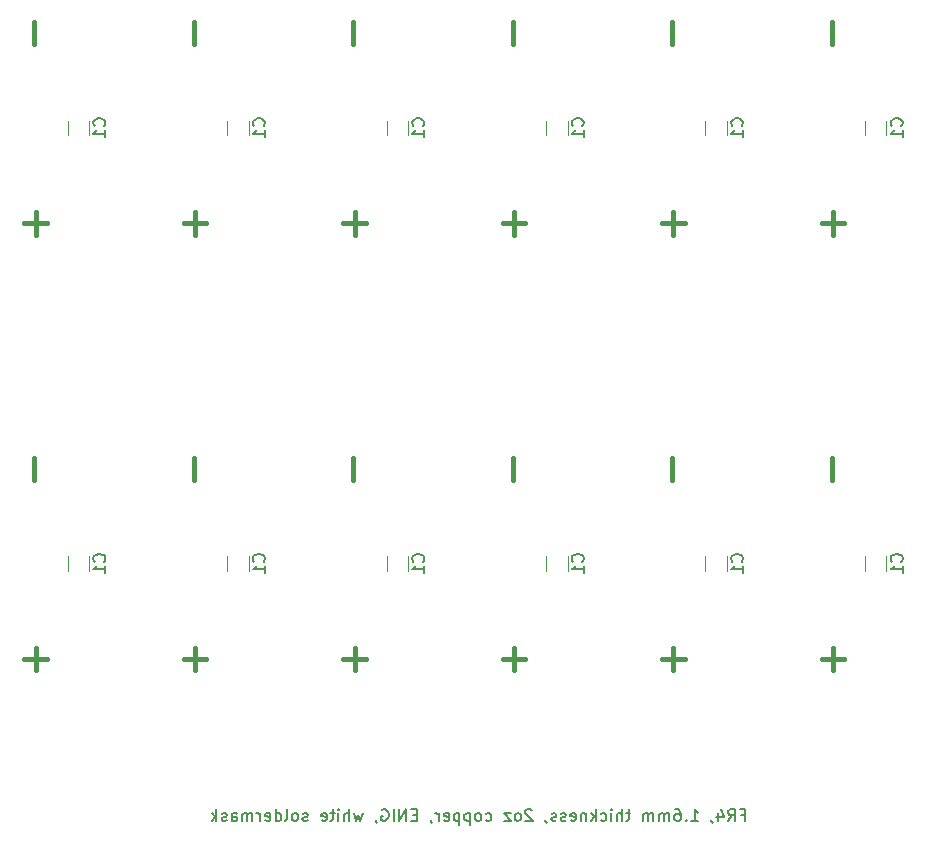
<source format=gbr>
G04 #@! TF.GenerationSoftware,KiCad,Pcbnew,(5.1.5)-3*
G04 #@! TF.CreationDate,2020-08-22T08:16:36+03:00*
G04 #@! TF.ProjectId,C5W LED series,43355720-4c45-4442-9073-65726965732e,rev?*
G04 #@! TF.SameCoordinates,Original*
G04 #@! TF.FileFunction,Legend,Bot*
G04 #@! TF.FilePolarity,Positive*
%FSLAX46Y46*%
G04 Gerber Fmt 4.6, Leading zero omitted, Abs format (unit mm)*
G04 Created by KiCad (PCBNEW (5.1.5)-3) date 2020-08-22 08:16:36*
%MOMM*%
%LPD*%
G04 APERTURE LIST*
%ADD10C,0.400000*%
%ADD11C,0.150000*%
%ADD12C,0.120000*%
G04 APERTURE END LIST*
D10*
X199978571Y-102902380D02*
X199978571Y-100997619D01*
X200078571Y-119002380D02*
X200078571Y-117097619D01*
X201030952Y-118050000D02*
X199126190Y-118050000D01*
X159578571Y-119002380D02*
X159578571Y-117097619D01*
X160530952Y-118050000D02*
X158626190Y-118050000D01*
X159478571Y-102902380D02*
X159478571Y-100997619D01*
X172978571Y-102902380D02*
X172978571Y-100997619D01*
X173078571Y-119002380D02*
X173078571Y-117097619D01*
X174030952Y-118050000D02*
X172126190Y-118050000D01*
X145978571Y-102902380D02*
X145978571Y-100997619D01*
X146078571Y-119002380D02*
X146078571Y-117097619D01*
X147030952Y-118050000D02*
X145126190Y-118050000D01*
X186478571Y-102902380D02*
X186478571Y-100997619D01*
X186578571Y-119002380D02*
X186578571Y-117097619D01*
X187530952Y-118050000D02*
X185626190Y-118050000D01*
X132578571Y-119002380D02*
X132578571Y-117097619D01*
X133530952Y-118050000D02*
X131626190Y-118050000D01*
X132478571Y-102902380D02*
X132478571Y-100997619D01*
X199978571Y-66002380D02*
X199978571Y-64097619D01*
X200078571Y-82102380D02*
X200078571Y-80197619D01*
X201030952Y-81150000D02*
X199126190Y-81150000D01*
X186478571Y-66002380D02*
X186478571Y-64097619D01*
X186578571Y-82102380D02*
X186578571Y-80197619D01*
X187530952Y-81150000D02*
X185626190Y-81150000D01*
X173078571Y-82102380D02*
X173078571Y-80197619D01*
X174030952Y-81150000D02*
X172126190Y-81150000D01*
X172978571Y-66002380D02*
X172978571Y-64097619D01*
X159478571Y-66002380D02*
X159478571Y-64097619D01*
X159578571Y-82102380D02*
X159578571Y-80197619D01*
X160530952Y-81150000D02*
X158626190Y-81150000D01*
X146078571Y-82102380D02*
X146078571Y-80197619D01*
X147030952Y-81150000D02*
X145126190Y-81150000D01*
X145978571Y-66002380D02*
X145978571Y-64097619D01*
X132478571Y-66002380D02*
X132478571Y-64097619D01*
X132578571Y-82102380D02*
X132578571Y-80197619D01*
X133530952Y-81150000D02*
X131626190Y-81150000D01*
D11*
X192314285Y-131228571D02*
X192647619Y-131228571D01*
X192647619Y-131752380D02*
X192647619Y-130752380D01*
X192171428Y-130752380D01*
X191219047Y-131752380D02*
X191552380Y-131276190D01*
X191790476Y-131752380D02*
X191790476Y-130752380D01*
X191409523Y-130752380D01*
X191314285Y-130800000D01*
X191266666Y-130847619D01*
X191219047Y-130942857D01*
X191219047Y-131085714D01*
X191266666Y-131180952D01*
X191314285Y-131228571D01*
X191409523Y-131276190D01*
X191790476Y-131276190D01*
X190361904Y-131085714D02*
X190361904Y-131752380D01*
X190600000Y-130704761D02*
X190838095Y-131419047D01*
X190219047Y-131419047D01*
X189790476Y-131704761D02*
X189790476Y-131752380D01*
X189838095Y-131847619D01*
X189885714Y-131895238D01*
X188076190Y-131752380D02*
X188647619Y-131752380D01*
X188361904Y-131752380D02*
X188361904Y-130752380D01*
X188457142Y-130895238D01*
X188552380Y-130990476D01*
X188647619Y-131038095D01*
X187647619Y-131657142D02*
X187600000Y-131704761D01*
X187647619Y-131752380D01*
X187695238Y-131704761D01*
X187647619Y-131657142D01*
X187647619Y-131752380D01*
X186742857Y-130752380D02*
X186933333Y-130752380D01*
X187028571Y-130800000D01*
X187076190Y-130847619D01*
X187171428Y-130990476D01*
X187219047Y-131180952D01*
X187219047Y-131561904D01*
X187171428Y-131657142D01*
X187123809Y-131704761D01*
X187028571Y-131752380D01*
X186838095Y-131752380D01*
X186742857Y-131704761D01*
X186695238Y-131657142D01*
X186647619Y-131561904D01*
X186647619Y-131323809D01*
X186695238Y-131228571D01*
X186742857Y-131180952D01*
X186838095Y-131133333D01*
X187028571Y-131133333D01*
X187123809Y-131180952D01*
X187171428Y-131228571D01*
X187219047Y-131323809D01*
X186219047Y-131752380D02*
X186219047Y-131085714D01*
X186219047Y-131180952D02*
X186171428Y-131133333D01*
X186076190Y-131085714D01*
X185933333Y-131085714D01*
X185838095Y-131133333D01*
X185790476Y-131228571D01*
X185790476Y-131752380D01*
X185790476Y-131228571D02*
X185742857Y-131133333D01*
X185647619Y-131085714D01*
X185504761Y-131085714D01*
X185409523Y-131133333D01*
X185361904Y-131228571D01*
X185361904Y-131752380D01*
X184885714Y-131752380D02*
X184885714Y-131085714D01*
X184885714Y-131180952D02*
X184838095Y-131133333D01*
X184742857Y-131085714D01*
X184599999Y-131085714D01*
X184504761Y-131133333D01*
X184457142Y-131228571D01*
X184457142Y-131752380D01*
X184457142Y-131228571D02*
X184409523Y-131133333D01*
X184314285Y-131085714D01*
X184171428Y-131085714D01*
X184076190Y-131133333D01*
X184028571Y-131228571D01*
X184028571Y-131752380D01*
X182933333Y-131085714D02*
X182552380Y-131085714D01*
X182790476Y-130752380D02*
X182790476Y-131609523D01*
X182742857Y-131704761D01*
X182647619Y-131752380D01*
X182552380Y-131752380D01*
X182219047Y-131752380D02*
X182219047Y-130752380D01*
X181790476Y-131752380D02*
X181790476Y-131228571D01*
X181838095Y-131133333D01*
X181933333Y-131085714D01*
X182076190Y-131085714D01*
X182171428Y-131133333D01*
X182219047Y-131180952D01*
X181314285Y-131752380D02*
X181314285Y-131085714D01*
X181314285Y-130752380D02*
X181361904Y-130800000D01*
X181314285Y-130847619D01*
X181266666Y-130800000D01*
X181314285Y-130752380D01*
X181314285Y-130847619D01*
X180409523Y-131704761D02*
X180504761Y-131752380D01*
X180695238Y-131752380D01*
X180790476Y-131704761D01*
X180838095Y-131657142D01*
X180885714Y-131561904D01*
X180885714Y-131276190D01*
X180838095Y-131180952D01*
X180790476Y-131133333D01*
X180695238Y-131085714D01*
X180504761Y-131085714D01*
X180409523Y-131133333D01*
X179980952Y-131752380D02*
X179980952Y-130752380D01*
X179885714Y-131371428D02*
X179599999Y-131752380D01*
X179599999Y-131085714D02*
X179980952Y-131466666D01*
X179171428Y-131085714D02*
X179171428Y-131752380D01*
X179171428Y-131180952D02*
X179123809Y-131133333D01*
X179028571Y-131085714D01*
X178885714Y-131085714D01*
X178790476Y-131133333D01*
X178742857Y-131228571D01*
X178742857Y-131752380D01*
X177885714Y-131704761D02*
X177980952Y-131752380D01*
X178171428Y-131752380D01*
X178266666Y-131704761D01*
X178314285Y-131609523D01*
X178314285Y-131228571D01*
X178266666Y-131133333D01*
X178171428Y-131085714D01*
X177980952Y-131085714D01*
X177885714Y-131133333D01*
X177838095Y-131228571D01*
X177838095Y-131323809D01*
X178314285Y-131419047D01*
X177457142Y-131704761D02*
X177361904Y-131752380D01*
X177171428Y-131752380D01*
X177076190Y-131704761D01*
X177028571Y-131609523D01*
X177028571Y-131561904D01*
X177076190Y-131466666D01*
X177171428Y-131419047D01*
X177314285Y-131419047D01*
X177409523Y-131371428D01*
X177457142Y-131276190D01*
X177457142Y-131228571D01*
X177409523Y-131133333D01*
X177314285Y-131085714D01*
X177171428Y-131085714D01*
X177076190Y-131133333D01*
X176647619Y-131704761D02*
X176552380Y-131752380D01*
X176361904Y-131752380D01*
X176266666Y-131704761D01*
X176219047Y-131609523D01*
X176219047Y-131561904D01*
X176266666Y-131466666D01*
X176361904Y-131419047D01*
X176504761Y-131419047D01*
X176599999Y-131371428D01*
X176647619Y-131276190D01*
X176647619Y-131228571D01*
X176599999Y-131133333D01*
X176504761Y-131085714D01*
X176361904Y-131085714D01*
X176266666Y-131133333D01*
X175742857Y-131704761D02*
X175742857Y-131752380D01*
X175790476Y-131847619D01*
X175838095Y-131895238D01*
X174599999Y-130847619D02*
X174552380Y-130800000D01*
X174457142Y-130752380D01*
X174219047Y-130752380D01*
X174123809Y-130800000D01*
X174076190Y-130847619D01*
X174028571Y-130942857D01*
X174028571Y-131038095D01*
X174076190Y-131180952D01*
X174647619Y-131752380D01*
X174028571Y-131752380D01*
X173457142Y-131752380D02*
X173552380Y-131704761D01*
X173599999Y-131657142D01*
X173647619Y-131561904D01*
X173647619Y-131276190D01*
X173599999Y-131180952D01*
X173552380Y-131133333D01*
X173457142Y-131085714D01*
X173314285Y-131085714D01*
X173219047Y-131133333D01*
X173171428Y-131180952D01*
X173123809Y-131276190D01*
X173123809Y-131561904D01*
X173171428Y-131657142D01*
X173219047Y-131704761D01*
X173314285Y-131752380D01*
X173457142Y-131752380D01*
X172790476Y-131085714D02*
X172266666Y-131085714D01*
X172790476Y-131752380D01*
X172266666Y-131752380D01*
X170695238Y-131704761D02*
X170790476Y-131752380D01*
X170980952Y-131752380D01*
X171076190Y-131704761D01*
X171123809Y-131657142D01*
X171171428Y-131561904D01*
X171171428Y-131276190D01*
X171123809Y-131180952D01*
X171076190Y-131133333D01*
X170980952Y-131085714D01*
X170790476Y-131085714D01*
X170695238Y-131133333D01*
X170123809Y-131752380D02*
X170219047Y-131704761D01*
X170266666Y-131657142D01*
X170314285Y-131561904D01*
X170314285Y-131276190D01*
X170266666Y-131180952D01*
X170219047Y-131133333D01*
X170123809Y-131085714D01*
X169980952Y-131085714D01*
X169885714Y-131133333D01*
X169838095Y-131180952D01*
X169790476Y-131276190D01*
X169790476Y-131561904D01*
X169838095Y-131657142D01*
X169885714Y-131704761D01*
X169980952Y-131752380D01*
X170123809Y-131752380D01*
X169361904Y-131085714D02*
X169361904Y-132085714D01*
X169361904Y-131133333D02*
X169266666Y-131085714D01*
X169076190Y-131085714D01*
X168980952Y-131133333D01*
X168933333Y-131180952D01*
X168885714Y-131276190D01*
X168885714Y-131561904D01*
X168933333Y-131657142D01*
X168980952Y-131704761D01*
X169076190Y-131752380D01*
X169266666Y-131752380D01*
X169361904Y-131704761D01*
X168457142Y-131085714D02*
X168457142Y-132085714D01*
X168457142Y-131133333D02*
X168361904Y-131085714D01*
X168171428Y-131085714D01*
X168076190Y-131133333D01*
X168028571Y-131180952D01*
X167980952Y-131276190D01*
X167980952Y-131561904D01*
X168028571Y-131657142D01*
X168076190Y-131704761D01*
X168171428Y-131752380D01*
X168361904Y-131752380D01*
X168457142Y-131704761D01*
X167171428Y-131704761D02*
X167266666Y-131752380D01*
X167457142Y-131752380D01*
X167552380Y-131704761D01*
X167599999Y-131609523D01*
X167599999Y-131228571D01*
X167552380Y-131133333D01*
X167457142Y-131085714D01*
X167266666Y-131085714D01*
X167171428Y-131133333D01*
X167123809Y-131228571D01*
X167123809Y-131323809D01*
X167599999Y-131419047D01*
X166695238Y-131752380D02*
X166695238Y-131085714D01*
X166695238Y-131276190D02*
X166647619Y-131180952D01*
X166599999Y-131133333D01*
X166504761Y-131085714D01*
X166409523Y-131085714D01*
X166028571Y-131704761D02*
X166028571Y-131752380D01*
X166076190Y-131847619D01*
X166123809Y-131895238D01*
X164838095Y-131228571D02*
X164504761Y-131228571D01*
X164361904Y-131752380D02*
X164838095Y-131752380D01*
X164838095Y-130752380D01*
X164361904Y-130752380D01*
X163933333Y-131752380D02*
X163933333Y-130752380D01*
X163361904Y-131752380D01*
X163361904Y-130752380D01*
X162885714Y-131752380D02*
X162885714Y-130752380D01*
X161885714Y-130800000D02*
X161980952Y-130752380D01*
X162123809Y-130752380D01*
X162266666Y-130800000D01*
X162361904Y-130895238D01*
X162409523Y-130990476D01*
X162457142Y-131180952D01*
X162457142Y-131323809D01*
X162409523Y-131514285D01*
X162361904Y-131609523D01*
X162266666Y-131704761D01*
X162123809Y-131752380D01*
X162028571Y-131752380D01*
X161885714Y-131704761D01*
X161838095Y-131657142D01*
X161838095Y-131323809D01*
X162028571Y-131323809D01*
X161361904Y-131704761D02*
X161361904Y-131752380D01*
X161409523Y-131847619D01*
X161457142Y-131895238D01*
X160266666Y-131085714D02*
X160076190Y-131752380D01*
X159885714Y-131276190D01*
X159695238Y-131752380D01*
X159504761Y-131085714D01*
X159123809Y-131752380D02*
X159123809Y-130752380D01*
X158695238Y-131752380D02*
X158695238Y-131228571D01*
X158742857Y-131133333D01*
X158838095Y-131085714D01*
X158980952Y-131085714D01*
X159076190Y-131133333D01*
X159123809Y-131180952D01*
X158219047Y-131752380D02*
X158219047Y-131085714D01*
X158219047Y-130752380D02*
X158266666Y-130800000D01*
X158219047Y-130847619D01*
X158171428Y-130800000D01*
X158219047Y-130752380D01*
X158219047Y-130847619D01*
X157885714Y-131085714D02*
X157504761Y-131085714D01*
X157742857Y-130752380D02*
X157742857Y-131609523D01*
X157695238Y-131704761D01*
X157599999Y-131752380D01*
X157504761Y-131752380D01*
X156790476Y-131704761D02*
X156885714Y-131752380D01*
X157076190Y-131752380D01*
X157171428Y-131704761D01*
X157219047Y-131609523D01*
X157219047Y-131228571D01*
X157171428Y-131133333D01*
X157076190Y-131085714D01*
X156885714Y-131085714D01*
X156790476Y-131133333D01*
X156742857Y-131228571D01*
X156742857Y-131323809D01*
X157219047Y-131419047D01*
X155599999Y-131704761D02*
X155504761Y-131752380D01*
X155314285Y-131752380D01*
X155219047Y-131704761D01*
X155171428Y-131609523D01*
X155171428Y-131561904D01*
X155219047Y-131466666D01*
X155314285Y-131419047D01*
X155457142Y-131419047D01*
X155552380Y-131371428D01*
X155599999Y-131276190D01*
X155599999Y-131228571D01*
X155552380Y-131133333D01*
X155457142Y-131085714D01*
X155314285Y-131085714D01*
X155219047Y-131133333D01*
X154599999Y-131752380D02*
X154695238Y-131704761D01*
X154742857Y-131657142D01*
X154790476Y-131561904D01*
X154790476Y-131276190D01*
X154742857Y-131180952D01*
X154695238Y-131133333D01*
X154599999Y-131085714D01*
X154457142Y-131085714D01*
X154361904Y-131133333D01*
X154314285Y-131180952D01*
X154266666Y-131276190D01*
X154266666Y-131561904D01*
X154314285Y-131657142D01*
X154361904Y-131704761D01*
X154457142Y-131752380D01*
X154599999Y-131752380D01*
X153695238Y-131752380D02*
X153790476Y-131704761D01*
X153838095Y-131609523D01*
X153838095Y-130752380D01*
X152885714Y-131752380D02*
X152885714Y-130752380D01*
X152885714Y-131704761D02*
X152980952Y-131752380D01*
X153171428Y-131752380D01*
X153266666Y-131704761D01*
X153314285Y-131657142D01*
X153361904Y-131561904D01*
X153361904Y-131276190D01*
X153314285Y-131180952D01*
X153266666Y-131133333D01*
X153171428Y-131085714D01*
X152980952Y-131085714D01*
X152885714Y-131133333D01*
X152028571Y-131704761D02*
X152123809Y-131752380D01*
X152314285Y-131752380D01*
X152409523Y-131704761D01*
X152457142Y-131609523D01*
X152457142Y-131228571D01*
X152409523Y-131133333D01*
X152314285Y-131085714D01*
X152123809Y-131085714D01*
X152028571Y-131133333D01*
X151980952Y-131228571D01*
X151980952Y-131323809D01*
X152457142Y-131419047D01*
X151552380Y-131752380D02*
X151552380Y-131085714D01*
X151552380Y-131276190D02*
X151504761Y-131180952D01*
X151457142Y-131133333D01*
X151361904Y-131085714D01*
X151266666Y-131085714D01*
X150933333Y-131752380D02*
X150933333Y-131085714D01*
X150933333Y-131180952D02*
X150885714Y-131133333D01*
X150790476Y-131085714D01*
X150647619Y-131085714D01*
X150552380Y-131133333D01*
X150504761Y-131228571D01*
X150504761Y-131752380D01*
X150504761Y-131228571D02*
X150457142Y-131133333D01*
X150361904Y-131085714D01*
X150219047Y-131085714D01*
X150123809Y-131133333D01*
X150076190Y-131228571D01*
X150076190Y-131752380D01*
X149171428Y-131752380D02*
X149171428Y-131228571D01*
X149219047Y-131133333D01*
X149314285Y-131085714D01*
X149504761Y-131085714D01*
X149599999Y-131133333D01*
X149171428Y-131704761D02*
X149266666Y-131752380D01*
X149504761Y-131752380D01*
X149599999Y-131704761D01*
X149647619Y-131609523D01*
X149647619Y-131514285D01*
X149599999Y-131419047D01*
X149504761Y-131371428D01*
X149266666Y-131371428D01*
X149171428Y-131323809D01*
X148742857Y-131704761D02*
X148647619Y-131752380D01*
X148457142Y-131752380D01*
X148361904Y-131704761D01*
X148314285Y-131609523D01*
X148314285Y-131561904D01*
X148361904Y-131466666D01*
X148457142Y-131419047D01*
X148599999Y-131419047D01*
X148695238Y-131371428D01*
X148742857Y-131276190D01*
X148742857Y-131228571D01*
X148695238Y-131133333D01*
X148599999Y-131085714D01*
X148457142Y-131085714D01*
X148361904Y-131133333D01*
X147885714Y-131752380D02*
X147885714Y-130752380D01*
X147790476Y-131371428D02*
X147504761Y-131752380D01*
X147504761Y-131085714D02*
X147885714Y-131466666D01*
D12*
X162290000Y-110552064D02*
X162290000Y-109347936D01*
X164110000Y-110552064D02*
X164110000Y-109347936D01*
X150610000Y-110552064D02*
X150610000Y-109347936D01*
X148790000Y-110552064D02*
X148790000Y-109347936D01*
X189290000Y-110552064D02*
X189290000Y-109347936D01*
X191110000Y-110552064D02*
X191110000Y-109347936D01*
X204610000Y-110552064D02*
X204610000Y-109347936D01*
X202790000Y-110552064D02*
X202790000Y-109347936D01*
X177610000Y-110552064D02*
X177610000Y-109347936D01*
X175790000Y-110552064D02*
X175790000Y-109347936D01*
X135290000Y-110552064D02*
X135290000Y-109347936D01*
X137110000Y-110552064D02*
X137110000Y-109347936D01*
X202790000Y-73652064D02*
X202790000Y-72447936D01*
X204610000Y-73652064D02*
X204610000Y-72447936D01*
X191110000Y-73652064D02*
X191110000Y-72447936D01*
X189290000Y-73652064D02*
X189290000Y-72447936D01*
X175790000Y-73652064D02*
X175790000Y-72447936D01*
X177610000Y-73652064D02*
X177610000Y-72447936D01*
X164110000Y-73652064D02*
X164110000Y-72447936D01*
X162290000Y-73652064D02*
X162290000Y-72447936D01*
X148790000Y-73652064D02*
X148790000Y-72447936D01*
X150610000Y-73652064D02*
X150610000Y-72447936D01*
X137110000Y-73652064D02*
X137110000Y-72447936D01*
X135290000Y-73652064D02*
X135290000Y-72447936D01*
D11*
X165377142Y-109783333D02*
X165424761Y-109735714D01*
X165472380Y-109592857D01*
X165472380Y-109497619D01*
X165424761Y-109354761D01*
X165329523Y-109259523D01*
X165234285Y-109211904D01*
X165043809Y-109164285D01*
X164900952Y-109164285D01*
X164710476Y-109211904D01*
X164615238Y-109259523D01*
X164520000Y-109354761D01*
X164472380Y-109497619D01*
X164472380Y-109592857D01*
X164520000Y-109735714D01*
X164567619Y-109783333D01*
X165472380Y-110735714D02*
X165472380Y-110164285D01*
X165472380Y-110450000D02*
X164472380Y-110450000D01*
X164615238Y-110354761D01*
X164710476Y-110259523D01*
X164758095Y-110164285D01*
X151877142Y-109783333D02*
X151924761Y-109735714D01*
X151972380Y-109592857D01*
X151972380Y-109497619D01*
X151924761Y-109354761D01*
X151829523Y-109259523D01*
X151734285Y-109211904D01*
X151543809Y-109164285D01*
X151400952Y-109164285D01*
X151210476Y-109211904D01*
X151115238Y-109259523D01*
X151020000Y-109354761D01*
X150972380Y-109497619D01*
X150972380Y-109592857D01*
X151020000Y-109735714D01*
X151067619Y-109783333D01*
X151972380Y-110735714D02*
X151972380Y-110164285D01*
X151972380Y-110450000D02*
X150972380Y-110450000D01*
X151115238Y-110354761D01*
X151210476Y-110259523D01*
X151258095Y-110164285D01*
X192377142Y-109783333D02*
X192424761Y-109735714D01*
X192472380Y-109592857D01*
X192472380Y-109497619D01*
X192424761Y-109354761D01*
X192329523Y-109259523D01*
X192234285Y-109211904D01*
X192043809Y-109164285D01*
X191900952Y-109164285D01*
X191710476Y-109211904D01*
X191615238Y-109259523D01*
X191520000Y-109354761D01*
X191472380Y-109497619D01*
X191472380Y-109592857D01*
X191520000Y-109735714D01*
X191567619Y-109783333D01*
X192472380Y-110735714D02*
X192472380Y-110164285D01*
X192472380Y-110450000D02*
X191472380Y-110450000D01*
X191615238Y-110354761D01*
X191710476Y-110259523D01*
X191758095Y-110164285D01*
X205877142Y-109783333D02*
X205924761Y-109735714D01*
X205972380Y-109592857D01*
X205972380Y-109497619D01*
X205924761Y-109354761D01*
X205829523Y-109259523D01*
X205734285Y-109211904D01*
X205543809Y-109164285D01*
X205400952Y-109164285D01*
X205210476Y-109211904D01*
X205115238Y-109259523D01*
X205020000Y-109354761D01*
X204972380Y-109497619D01*
X204972380Y-109592857D01*
X205020000Y-109735714D01*
X205067619Y-109783333D01*
X205972380Y-110735714D02*
X205972380Y-110164285D01*
X205972380Y-110450000D02*
X204972380Y-110450000D01*
X205115238Y-110354761D01*
X205210476Y-110259523D01*
X205258095Y-110164285D01*
X178877142Y-109783333D02*
X178924761Y-109735714D01*
X178972380Y-109592857D01*
X178972380Y-109497619D01*
X178924761Y-109354761D01*
X178829523Y-109259523D01*
X178734285Y-109211904D01*
X178543809Y-109164285D01*
X178400952Y-109164285D01*
X178210476Y-109211904D01*
X178115238Y-109259523D01*
X178020000Y-109354761D01*
X177972380Y-109497619D01*
X177972380Y-109592857D01*
X178020000Y-109735714D01*
X178067619Y-109783333D01*
X178972380Y-110735714D02*
X178972380Y-110164285D01*
X178972380Y-110450000D02*
X177972380Y-110450000D01*
X178115238Y-110354761D01*
X178210476Y-110259523D01*
X178258095Y-110164285D01*
X138377142Y-109783333D02*
X138424761Y-109735714D01*
X138472380Y-109592857D01*
X138472380Y-109497619D01*
X138424761Y-109354761D01*
X138329523Y-109259523D01*
X138234285Y-109211904D01*
X138043809Y-109164285D01*
X137900952Y-109164285D01*
X137710476Y-109211904D01*
X137615238Y-109259523D01*
X137520000Y-109354761D01*
X137472380Y-109497619D01*
X137472380Y-109592857D01*
X137520000Y-109735714D01*
X137567619Y-109783333D01*
X138472380Y-110735714D02*
X138472380Y-110164285D01*
X138472380Y-110450000D02*
X137472380Y-110450000D01*
X137615238Y-110354761D01*
X137710476Y-110259523D01*
X137758095Y-110164285D01*
X205877142Y-72883333D02*
X205924761Y-72835714D01*
X205972380Y-72692857D01*
X205972380Y-72597619D01*
X205924761Y-72454761D01*
X205829523Y-72359523D01*
X205734285Y-72311904D01*
X205543809Y-72264285D01*
X205400952Y-72264285D01*
X205210476Y-72311904D01*
X205115238Y-72359523D01*
X205020000Y-72454761D01*
X204972380Y-72597619D01*
X204972380Y-72692857D01*
X205020000Y-72835714D01*
X205067619Y-72883333D01*
X205972380Y-73835714D02*
X205972380Y-73264285D01*
X205972380Y-73550000D02*
X204972380Y-73550000D01*
X205115238Y-73454761D01*
X205210476Y-73359523D01*
X205258095Y-73264285D01*
X192377142Y-72883333D02*
X192424761Y-72835714D01*
X192472380Y-72692857D01*
X192472380Y-72597619D01*
X192424761Y-72454761D01*
X192329523Y-72359523D01*
X192234285Y-72311904D01*
X192043809Y-72264285D01*
X191900952Y-72264285D01*
X191710476Y-72311904D01*
X191615238Y-72359523D01*
X191520000Y-72454761D01*
X191472380Y-72597619D01*
X191472380Y-72692857D01*
X191520000Y-72835714D01*
X191567619Y-72883333D01*
X192472380Y-73835714D02*
X192472380Y-73264285D01*
X192472380Y-73550000D02*
X191472380Y-73550000D01*
X191615238Y-73454761D01*
X191710476Y-73359523D01*
X191758095Y-73264285D01*
X178877142Y-72883333D02*
X178924761Y-72835714D01*
X178972380Y-72692857D01*
X178972380Y-72597619D01*
X178924761Y-72454761D01*
X178829523Y-72359523D01*
X178734285Y-72311904D01*
X178543809Y-72264285D01*
X178400952Y-72264285D01*
X178210476Y-72311904D01*
X178115238Y-72359523D01*
X178020000Y-72454761D01*
X177972380Y-72597619D01*
X177972380Y-72692857D01*
X178020000Y-72835714D01*
X178067619Y-72883333D01*
X178972380Y-73835714D02*
X178972380Y-73264285D01*
X178972380Y-73550000D02*
X177972380Y-73550000D01*
X178115238Y-73454761D01*
X178210476Y-73359523D01*
X178258095Y-73264285D01*
X165377142Y-72883333D02*
X165424761Y-72835714D01*
X165472380Y-72692857D01*
X165472380Y-72597619D01*
X165424761Y-72454761D01*
X165329523Y-72359523D01*
X165234285Y-72311904D01*
X165043809Y-72264285D01*
X164900952Y-72264285D01*
X164710476Y-72311904D01*
X164615238Y-72359523D01*
X164520000Y-72454761D01*
X164472380Y-72597619D01*
X164472380Y-72692857D01*
X164520000Y-72835714D01*
X164567619Y-72883333D01*
X165472380Y-73835714D02*
X165472380Y-73264285D01*
X165472380Y-73550000D02*
X164472380Y-73550000D01*
X164615238Y-73454761D01*
X164710476Y-73359523D01*
X164758095Y-73264285D01*
X151877142Y-72883333D02*
X151924761Y-72835714D01*
X151972380Y-72692857D01*
X151972380Y-72597619D01*
X151924761Y-72454761D01*
X151829523Y-72359523D01*
X151734285Y-72311904D01*
X151543809Y-72264285D01*
X151400952Y-72264285D01*
X151210476Y-72311904D01*
X151115238Y-72359523D01*
X151020000Y-72454761D01*
X150972380Y-72597619D01*
X150972380Y-72692857D01*
X151020000Y-72835714D01*
X151067619Y-72883333D01*
X151972380Y-73835714D02*
X151972380Y-73264285D01*
X151972380Y-73550000D02*
X150972380Y-73550000D01*
X151115238Y-73454761D01*
X151210476Y-73359523D01*
X151258095Y-73264285D01*
X138377142Y-72883333D02*
X138424761Y-72835714D01*
X138472380Y-72692857D01*
X138472380Y-72597619D01*
X138424761Y-72454761D01*
X138329523Y-72359523D01*
X138234285Y-72311904D01*
X138043809Y-72264285D01*
X137900952Y-72264285D01*
X137710476Y-72311904D01*
X137615238Y-72359523D01*
X137520000Y-72454761D01*
X137472380Y-72597619D01*
X137472380Y-72692857D01*
X137520000Y-72835714D01*
X137567619Y-72883333D01*
X138472380Y-73835714D02*
X138472380Y-73264285D01*
X138472380Y-73550000D02*
X137472380Y-73550000D01*
X137615238Y-73454761D01*
X137710476Y-73359523D01*
X137758095Y-73264285D01*
M02*

</source>
